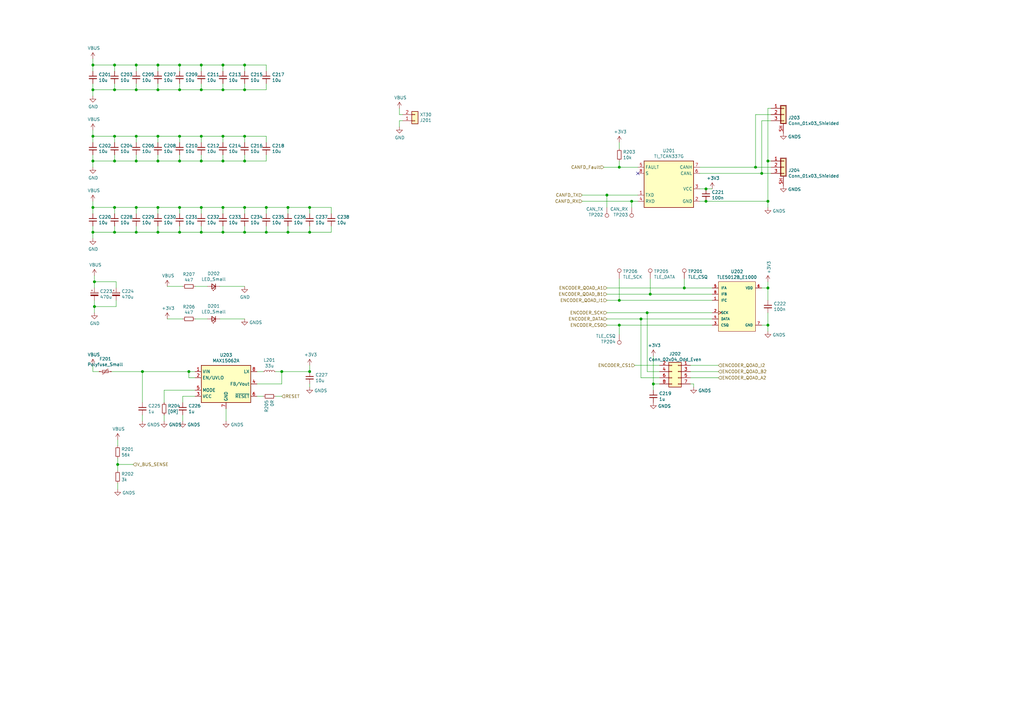
<source format=kicad_sch>
(kicad_sch (version 20210406) (generator eeschema)
  (paper "A3")
  (lib_symbols
    (symbol "Connector:TestPoint" (pin_numbers hide) (pin_names (offset 0.762) hide)
      (property "Reference" "TP" (at 0 6.858 0))
      (property "Value" "TestPoint" (at 0 5.08 0))
      (symbol "TestPoint_0_1"
        (circle (center 0 3.302) (radius 0.762))
      )
      (symbol "TestPoint_1_1"
        (pin passive line (at 0 0 90) (length 2.54) (name "1") (number "1"))
      )
    )
    (symbol "Connector_Generic:Conn_01x02" (pin_names (offset 1.016) hide)
      (property "Reference" "J" (at 0 2.54 0))
      (property "Value" "Conn_01x02" (at 0 -5.08 0))
      (symbol "Conn_01x02_1_1"
        (rectangle (start -1.27 -2.413) (end 0 -2.667) (stroke (width 0.1524)))
        (rectangle (start -1.27 0.127) (end 0 -0.127) (stroke (width 0.1524)))
        (rectangle (start -1.27 1.27) (end 1.27 -3.81) (stroke (width 0.254)) (fill (type background)))
        (pin passive line (at -5.08 0 0) (length 3.81) (name "Pin_1") (number "1"))
        (pin passive line (at -5.08 -2.54 0) (length 3.81) (name "Pin_2") (number "2"))
      )
    )
    (symbol "Connector_Generic:Conn_02x04_Odd_Even" (pin_names (offset 1.016) hide)
      (property "Reference" "J" (at 1.27 5.08 0))
      (property "Value" "Conn_02x04_Odd_Even" (at 1.27 -7.62 0))
      (symbol "Conn_02x04_Odd_Even_1_1"
        (rectangle (start -1.27 -4.953) (end 0 -5.207) (stroke (width 0.1524)))
        (rectangle (start -1.27 -2.413) (end 0 -2.667) (stroke (width 0.1524)))
        (rectangle (start -1.27 0.127) (end 0 -0.127) (stroke (width 0.1524)))
        (rectangle (start -1.27 2.667) (end 0 2.413) (stroke (width 0.1524)))
        (rectangle (start 3.81 -4.953) (end 2.54 -5.207) (stroke (width 0.1524)))
        (rectangle (start 3.81 -2.413) (end 2.54 -2.667) (stroke (width 0.1524)))
        (rectangle (start 3.81 0.127) (end 2.54 -0.127) (stroke (width 0.1524)))
        (rectangle (start 3.81 2.667) (end 2.54 2.413) (stroke (width 0.1524)))
        (rectangle (start -1.27 3.81) (end 3.81 -6.35) (stroke (width 0.254)) (fill (type background)))
        (pin passive line (at -5.08 2.54 0) (length 3.81) (name "Pin_1") (number "1"))
        (pin passive line (at 7.62 2.54 180) (length 3.81) (name "Pin_2") (number "2"))
        (pin passive line (at -5.08 0 0) (length 3.81) (name "Pin_3") (number "3"))
        (pin passive line (at 7.62 0 180) (length 3.81) (name "Pin_4") (number "4"))
        (pin passive line (at -5.08 -2.54 0) (length 3.81) (name "Pin_5") (number "5"))
        (pin passive line (at 7.62 -2.54 180) (length 3.81) (name "Pin_6") (number "6"))
        (pin passive line (at -5.08 -5.08 0) (length 3.81) (name "Pin_7") (number "7"))
        (pin passive line (at 7.62 -5.08 180) (length 3.81) (name "Pin_8") (number "8"))
      )
    )
    (symbol "Connector_Generic_Shielded:Conn_01x03_Shielded" (pin_names (offset 1.016) hide)
      (property "Reference" "J" (at 0.254 4.826 0))
      (property "Value" "Conn_01x03_Shielded" (at 1.016 -4.826 0))
      (symbol "Conn_01x03_Shielded_1_1"
        (rectangle (start -1.27 3.81) (end 1.27 -3.81) (stroke (width 0.1524)))
        (rectangle (start -1.016 -2.413) (end 0.254 -2.667) (stroke (width 0.1524)))
        (rectangle (start -1.016 0.127) (end 0.254 -0.127) (stroke (width 0.1524)))
        (rectangle (start -1.016 2.667) (end 0.254 2.413) (stroke (width 0.1524)))
        (rectangle (start -1.016 3.556) (end 1.016 -3.556) (stroke (width 0.254)) (fill (type background)))
        (pin passive line (at -5.08 2.54 0) (length 4.064) (name "Pin_1") (number "1"))
        (pin passive line (at -5.08 0 0) (length 4.064) (name "Pin_2") (number "2"))
        (pin passive line (at -5.08 -2.54 0) (length 4.064) (name "Pin_3") (number "3"))
        (pin passive line (at 0 -7.62 90) (length 3.81) (name "Shield") (number "SH"))
      )
    )
    (symbol "Device:CP_Small" (pin_numbers hide) (pin_names (offset 0.254) hide)
      (property "Reference" "C" (at 0.254 1.778 0))
      (property "Value" "CP_Small" (at 0.254 -2.032 0))
      (symbol "CP_Small_0_1"
        (rectangle (start -1.524 0.6858) (end 1.524 0.3048))
        (rectangle (start -1.524 -0.3048) (end 1.524 -0.6858) (fill (type outline)))
        (polyline (pts (xy -1.27 1.524) (xy -0.762 1.524)))
        (polyline (pts (xy -1.016 1.27) (xy -1.016 1.778)))
      )
      (symbol "CP_Small_1_1"
        (pin passive line (at 0 2.54 270) (length 1.8542) (name "~") (number "1"))
        (pin passive line (at 0 -2.54 90) (length 1.8542) (name "~") (number "2"))
      )
    )
    (symbol "Device:C_Small" (pin_numbers hide) (pin_names (offset 0.254) hide)
      (property "Reference" "C" (at 0.254 1.778 0))
      (property "Value" "C_Small" (at 0.254 -2.032 0))
      (symbol "C_Small_0_1"
        (polyline (pts (xy -1.524 -0.508) (xy 1.524 -0.508)) (stroke (width 0.3302)))
        (polyline (pts (xy -1.524 0.508) (xy 1.524 0.508)) (stroke (width 0.3048)))
      )
      (symbol "C_Small_1_1"
        (pin passive line (at 0 2.54 270) (length 2.032) (name "~") (number "1"))
        (pin passive line (at 0 -2.54 90) (length 2.032) (name "~") (number "2"))
      )
    )
    (symbol "Device:LED_Small" (pin_numbers hide) (pin_names (offset 0.254) hide)
      (property "Reference" "D" (at -1.27 3.175 0))
      (property "Value" "LED_Small" (at -4.445 -2.54 0))
      (symbol "LED_Small_0_1"
        (polyline (pts (xy -0.762 -1.016) (xy -0.762 1.016)) (stroke (width 0.254)))
        (polyline (pts (xy 1.016 0) (xy -0.762 0)))
        (polyline (pts (xy 0.762 -1.016) (xy -0.762 0) (xy 0.762 1.016) (xy 0.762 -1.016)) (stroke (width 0.254)))
        (polyline (pts (xy 0 0.762) (xy -0.508 1.27) (xy -0.254 1.27) (xy -0.508 1.27) (xy -0.508 1.016)))
        (polyline (pts (xy 0.508 1.27) (xy 0 1.778) (xy 0.254 1.778) (xy 0 1.778) (xy 0 1.524)))
      )
      (symbol "LED_Small_1_1"
        (pin passive line (at -2.54 0 0) (length 1.778) (name "K") (number "1"))
        (pin passive line (at 2.54 0 180) (length 1.778) (name "A") (number "2"))
      )
    )
    (symbol "Device:L_Small" (pin_numbers hide) (pin_names (offset 0.254) hide)
      (property "Reference" "L" (at 0.762 1.016 0))
      (property "Value" "L_Small" (at 0.762 -1.016 0))
      (symbol "L_Small_0_1"
        (arc (start 0 -2.032) (end 0 -1.016) (radius (at 0 -1.524) (length 0.508) (angles -89.9 89.9)))
        (arc (start 0 -1.016) (end 0 0) (radius (at 0 -0.508) (length 0.508) (angles -89.9 89.9)))
        (arc (start 0 0) (end 0 1.016) (radius (at 0 0.508) (length 0.508) (angles -89.9 89.9)))
        (arc (start 0 1.016) (end 0 2.032) (radius (at 0 1.524) (length 0.508) (angles -89.9 89.9)))
      )
      (symbol "L_Small_1_1"
        (pin passive line (at 0 2.54 270) (length 0.508) (name "~") (number "1"))
        (pin passive line (at 0 -2.54 90) (length 0.508) (name "~") (number "2"))
      )
    )
    (symbol "Device:Polyfuse_Small" (pin_numbers hide) (pin_names (offset 0))
      (property "Reference" "F" (at -1.905 0 90))
      (property "Value" "Polyfuse_Small" (at 1.905 0 90))
      (symbol "Polyfuse_Small_0_1"
        (rectangle (start -0.508 1.27) (end 0.508 -1.27))
        (polyline (pts (xy 0 2.54) (xy 0 -2.54)))
        (polyline (pts (xy -1.016 1.27) (xy -1.016 0.762) (xy 1.016 -0.762) (xy 1.016 -1.27)))
      )
      (symbol "Polyfuse_Small_1_1"
        (pin passive line (at 0 2.54 270) (length 0.635) (name "~") (number "1"))
        (pin passive line (at 0 -2.54 90) (length 0.635) (name "~") (number "2"))
      )
    )
    (symbol "Device:R_Small" (pin_numbers hide) (pin_names (offset 0.254) hide)
      (property "Reference" "R" (at 0.762 0.508 0))
      (property "Value" "R_Small" (at 0.762 -1.016 0))
      (symbol "R_Small_0_1"
        (rectangle (start -0.762 1.778) (end 0.762 -1.778) (stroke (width 0.2032)))
      )
      (symbol "R_Small_1_1"
        (pin passive line (at 0 2.54 270) (length 0.762) (name "~") (number "1"))
        (pin passive line (at 0 -2.54 90) (length 0.762) (name "~") (number "2"))
      )
    )
    (symbol "OpenTurn-rescue:TI_TCAN337G-TCAN337G"
      (property "Reference" "U" (at -10.16 8.89 0))
      (property "Value" "TI_TCAN337G-TCAN337G" (at 2.54 8.89 0))
      (symbol "TI_TCAN337G-TCAN337G_0_1"
        (rectangle (start -10.16 7.62) (end 10.16 -11.43) (stroke (width 0.254)) (fill (type background)))
      )
      (symbol "TI_TCAN337G-TCAN337G_1_1"
        (pin input line (at -12.7 -6.35 0) (length 2.54) (name "TXD") (number "1"))
        (pin power_in line (at 12.7 -8.89 180) (length 2.54) (name "GND") (number "2"))
        (pin power_in line (at 12.7 -3.81 180) (length 2.54) (name "VCC") (number "3"))
        (pin tri_state line (at -12.7 -8.89 0) (length 2.54) (name "RXD") (number "4"))
        (pin open_collector line (at -12.7 5.08 0) (length 2.54) (name "FAULT") (number "5"))
        (pin bidirectional line (at 12.7 2.54 180) (length 2.54) (name "CANL") (number "6"))
        (pin bidirectional line (at 12.7 5.08 180) (length 2.54) (name "CANH") (number "7"))
        (pin input line (at -12.7 2.54 0) (length 2.54) (name "S") (number "8"))
      )
    )
    (symbol "OpenTurn-rescue:TLE5012B_E1000-eec" (pin_names (offset 1.016))
      (property "Reference" "U" (at 0 5.08 0))
      (property "Value" "TLE5012B_E1000-eec" (at 0 7.62 0))
      (symbol "TLE5012B_E1000-eec_1_1"
        (rectangle (start 5.08 2.54) (end 20.32 -17.78) (fill (type background)))
        (pin bidirectional line (at 2.54 -5.08 0) (length 2.54) (name "IFC") (number "1"))
        (pin input clock (at 2.54 -10.16 0) (length 2.54) (name "SCK") (number "2"))
        (pin input line (at 2.54 -15.24 0) (length 2.54) (name "CSQ") (number "3"))
        (pin bidirectional line (at 2.54 -12.7 0) (length 2.54) (name "DATA") (number "4"))
        (pin open_collector line (at 2.54 0 0) (length 2.54) (name "IFA") (number "5"))
        (pin power_in line (at 22.86 0 180) (length 2.54) (name "VDD") (number "6"))
        (pin power_in line (at 22.86 -15.24 180) (length 2.54) (name "GND") (number "7"))
        (pin open_collector line (at 2.54 -2.54 0) (length 2.54) (name "IFB") (number "8"))
      )
    )
    (symbol "Regulator_Switching:MAX15062A"
      (property "Reference" "U" (at -10.16 11.43 0))
      (property "Value" "MAX15062A" (at -10.16 8.89 0))
      (symbol "MAX15062A_0_1"
        (rectangle (start -10.16 7.62) (end 10.16 -7.62) (stroke (width 0.254)) (fill (type background)))
      )
      (symbol "MAX15062A_1_1"
        (pin power_in line (at -12.7 5.08 0) (length 2.54) (name "VIN") (number "1"))
        (pin input line (at -12.7 2.54 0) (length 2.54) (name "EN/UVLO") (number "2"))
        (pin power_out line (at -12.7 -5.08 0) (length 2.54) (name "VCC") (number "3"))
        (pin input line (at 12.7 0 180) (length 2.54) (name "FB/Vout") (number "4"))
        (pin input line (at -12.7 -2.54 0) (length 2.54) (name "MODE") (number "5"))
        (pin open_collector line (at 12.7 -5.08 180) (length 2.54) (name "~RESET") (number "6"))
        (pin power_in line (at 0 -10.16 90) (length 2.54) (name "GND") (number "7"))
        (pin power_out line (at 12.7 5.08 180) (length 2.54) (name "LX") (number "8"))
      )
    )
    (symbol "power:+3.3V" (power) (pin_names (offset 0))
      (property "Value" "+3.3V" (at 0 3.556 0))
      (symbol "+3.3V_0_1"
        (polyline (pts (xy -0.762 1.27) (xy 0 2.54)))
        (polyline (pts (xy 0 0) (xy 0 2.54)))
        (polyline (pts (xy 0 2.54) (xy 0.762 1.27)))
      )
      (symbol "+3.3V_1_1"
        (pin power_in line (at 0 0 90) (length 0) hide (name "+3V3") (number "1"))
      )
    )
    (symbol "power:+3V3" (power) (pin_names (offset 0))
      (property "Value" "+3V3" (at 0 3.556 0))
      (symbol "+3V3_0_1"
        (polyline (pts (xy -0.762 1.27) (xy 0 2.54)))
        (polyline (pts (xy 0 0) (xy 0 2.54)))
        (polyline (pts (xy 0 2.54) (xy 0.762 1.27)))
      )
      (symbol "+3V3_1_1"
        (pin power_in line (at 0 0 90) (length 0) hide (name "+3V3") (number "1"))
      )
    )
    (symbol "power:GND" (power) (pin_names (offset 0))
      (property "Value" "GND" (at 0 -3.81 0))
      (symbol "GND_0_1"
        (polyline (pts (xy 0 0) (xy 0 -1.27) (xy 1.27 -1.27) (xy 0 -2.54) (xy -1.27 -1.27) (xy 0 -1.27)))
      )
      (symbol "GND_1_1"
        (pin power_in line (at 0 0 270) (length 0) hide (name "GND") (number "1"))
      )
    )
    (symbol "power:GNDS" (power) (pin_names (offset 0))
      (property "Value" "GNDS" (at 0 -3.81 0))
      (symbol "GNDS_0_1"
        (polyline (pts (xy 0 0) (xy 0 -1.27) (xy 1.27 -1.27) (xy 0 -2.54) (xy -1.27 -1.27) (xy 0 -1.27)))
      )
      (symbol "GNDS_1_1"
        (pin power_in line (at 0 0 270) (length 0) hide (name "GNDS") (number "1"))
      )
    )
    (symbol "power:VBUS" (power) (pin_names (offset 0))
      (property "Value" "VBUS" (at 0 3.81 0))
      (symbol "VBUS_0_1"
        (polyline (pts (xy -0.762 1.27) (xy 0 2.54)))
        (polyline (pts (xy 0 0) (xy 0 2.54)))
        (polyline (pts (xy 0 2.54) (xy 0.762 1.27)))
      )
      (symbol "VBUS_1_1"
        (pin power_in line (at 0 0 90) (length 0) hide (name "VBUS") (number "1"))
      )
    )
  )
  (junction (at 38.1 26.67) (diameter 1.016))
  (junction (at 38.1 36.83) (diameter 1.016))
  (junction (at 38.1 55.88) (diameter 1.016))
  (junction (at 38.1 66.04) (diameter 1.016))
  (junction (at 38.1 85.09) (diameter 1.016))
  (junction (at 38.1 95.25) (diameter 1.016))
  (junction (at 38.735 115.57) (diameter 1.016))
  (junction (at 38.735 125.73) (diameter 1.016))
  (junction (at 46.99 26.67) (diameter 1.016))
  (junction (at 46.99 36.83) (diameter 1.016))
  (junction (at 46.99 55.88) (diameter 1.016))
  (junction (at 46.99 66.04) (diameter 1.016))
  (junction (at 46.99 85.09) (diameter 1.016))
  (junction (at 46.99 95.25) (diameter 1.016))
  (junction (at 48.26 190.5) (diameter 1.016))
  (junction (at 55.88 26.67) (diameter 1.016))
  (junction (at 55.88 36.83) (diameter 1.016))
  (junction (at 55.88 55.88) (diameter 1.016))
  (junction (at 55.88 66.04) (diameter 1.016))
  (junction (at 55.88 85.09) (diameter 1.016))
  (junction (at 55.88 95.25) (diameter 1.016))
  (junction (at 58.42 152.4) (diameter 1.016))
  (junction (at 64.77 26.67) (diameter 1.016))
  (junction (at 64.77 36.83) (diameter 1.016))
  (junction (at 64.77 55.88) (diameter 1.016))
  (junction (at 64.77 66.04) (diameter 1.016))
  (junction (at 64.77 85.09) (diameter 1.016))
  (junction (at 64.77 95.25) (diameter 1.016))
  (junction (at 73.66 26.67) (diameter 1.016))
  (junction (at 73.66 36.83) (diameter 1.016))
  (junction (at 73.66 55.88) (diameter 1.016))
  (junction (at 73.66 66.04) (diameter 1.016))
  (junction (at 73.66 85.09) (diameter 1.016))
  (junction (at 73.66 95.25) (diameter 1.016))
  (junction (at 77.47 152.4) (diameter 1.016))
  (junction (at 82.55 26.67) (diameter 1.016))
  (junction (at 82.55 36.83) (diameter 1.016))
  (junction (at 82.55 55.88) (diameter 1.016))
  (junction (at 82.55 66.04) (diameter 1.016))
  (junction (at 82.55 85.09) (diameter 1.016))
  (junction (at 82.55 95.25) (diameter 1.016))
  (junction (at 91.44 26.67) (diameter 1.016))
  (junction (at 91.44 36.83) (diameter 1.016))
  (junction (at 91.44 55.88) (diameter 1.016))
  (junction (at 91.44 66.04) (diameter 1.016))
  (junction (at 91.44 85.09) (diameter 1.016))
  (junction (at 91.44 95.25) (diameter 1.016))
  (junction (at 100.33 26.67) (diameter 1.016))
  (junction (at 100.33 36.83) (diameter 1.016))
  (junction (at 100.33 55.88) (diameter 1.016))
  (junction (at 100.33 66.04) (diameter 1.016))
  (junction (at 100.33 85.09) (diameter 1.016))
  (junction (at 100.33 95.25) (diameter 1.016))
  (junction (at 109.22 85.09) (diameter 1.016))
  (junction (at 109.22 95.25) (diameter 1.016))
  (junction (at 115.57 152.4) (diameter 1.016))
  (junction (at 118.11 85.09) (diameter 1.016))
  (junction (at 118.11 95.25) (diameter 1.016))
  (junction (at 127 85.09) (diameter 1.016))
  (junction (at 127 95.25) (diameter 1.016))
  (junction (at 127 152.4) (diameter 1.016))
  (junction (at 248.92 80.01) (diameter 1.016))
  (junction (at 254 68.58) (diameter 1.016))
  (junction (at 254 123.19) (diameter 1.016))
  (junction (at 254 133.35) (diameter 1.016))
  (junction (at 259.08 82.55) (diameter 1.016))
  (junction (at 262.89 130.81) (diameter 1.016))
  (junction (at 265.43 128.27) (diameter 1.016))
  (junction (at 266.7 120.65) (diameter 1.016))
  (junction (at 267.97 157.48) (diameter 1.016))
  (junction (at 280.67 118.11) (diameter 1.016))
  (junction (at 289.56 77.47) (diameter 1.016))
  (junction (at 289.56 82.55) (diameter 1.016))
  (junction (at 309.88 68.58) (diameter 1.016))
  (junction (at 312.42 71.12) (diameter 1.016))
  (junction (at 314.96 66.04) (diameter 1.016))
  (junction (at 314.96 82.55) (diameter 1.016))
  (junction (at 314.96 118.11) (diameter 1.016))
  (junction (at 314.96 133.35) (diameter 1.016))
  (no_connect (at 261.62 71.12))
  (wire (pts (xy 38.1 24.13) (xy 38.1 26.67)))
  (wire (pts (xy 38.1 26.67) (xy 38.1 29.21)))
  (wire (pts (xy 38.1 34.29) (xy 38.1 36.83)))
  (wire (pts (xy 38.1 36.83) (xy 38.1 39.37)))
  (wire (pts (xy 38.1 36.83) (xy 46.99 36.83)))
  (wire (pts (xy 38.1 53.34) (xy 38.1 55.88)))
  (wire (pts (xy 38.1 55.88) (xy 38.1 58.42)))
  (wire (pts (xy 38.1 63.5) (xy 38.1 66.04)))
  (wire (pts (xy 38.1 66.04) (xy 38.1 68.58)))
  (wire (pts (xy 38.1 66.04) (xy 46.99 66.04)))
  (wire (pts (xy 38.1 82.55) (xy 38.1 85.09)))
  (wire (pts (xy 38.1 85.09) (xy 38.1 87.63)))
  (wire (pts (xy 38.1 92.71) (xy 38.1 95.25)))
  (wire (pts (xy 38.1 95.25) (xy 38.1 97.79)))
  (wire (pts (xy 38.1 95.25) (xy 46.99 95.25)))
  (wire (pts (xy 38.1 152.4) (xy 38.1 149.86)))
  (wire (pts (xy 38.735 113.03) (xy 38.735 115.57)))
  (wire (pts (xy 38.735 115.57) (xy 38.735 118.11)))
  (wire (pts (xy 38.735 123.19) (xy 38.735 125.73)))
  (wire (pts (xy 38.735 125.73) (xy 38.735 128.27)))
  (wire (pts (xy 38.735 125.73) (xy 47.625 125.73)))
  (wire (pts (xy 40.64 152.4) (xy 38.1 152.4)))
  (wire (pts (xy 45.72 152.4) (xy 58.42 152.4)))
  (wire (pts (xy 46.99 26.67) (xy 38.1 26.67)))
  (wire (pts (xy 46.99 26.67) (xy 46.99 29.21)))
  (wire (pts (xy 46.99 34.29) (xy 46.99 36.83)))
  (wire (pts (xy 46.99 36.83) (xy 55.88 36.83)))
  (wire (pts (xy 46.99 55.88) (xy 38.1 55.88)))
  (wire (pts (xy 46.99 55.88) (xy 46.99 58.42)))
  (wire (pts (xy 46.99 63.5) (xy 46.99 66.04)))
  (wire (pts (xy 46.99 66.04) (xy 55.88 66.04)))
  (wire (pts (xy 46.99 85.09) (xy 38.1 85.09)))
  (wire (pts (xy 46.99 85.09) (xy 46.99 87.63)))
  (wire (pts (xy 46.99 92.71) (xy 46.99 95.25)))
  (wire (pts (xy 46.99 95.25) (xy 55.88 95.25)))
  (wire (pts (xy 47.625 115.57) (xy 38.735 115.57)))
  (wire (pts (xy 47.625 115.57) (xy 47.625 118.11)))
  (wire (pts (xy 47.625 123.19) (xy 47.625 125.73)))
  (wire (pts (xy 48.26 180.34) (xy 48.26 182.88)))
  (wire (pts (xy 48.26 187.96) (xy 48.26 190.5)))
  (wire (pts (xy 48.26 190.5) (xy 48.26 193.04)))
  (wire (pts (xy 48.26 190.5) (xy 54.61 190.5)))
  (wire (pts (xy 48.26 198.12) (xy 48.26 200.66)))
  (wire (pts (xy 55.88 26.67) (xy 46.99 26.67)))
  (wire (pts (xy 55.88 26.67) (xy 55.88 29.21)))
  (wire (pts (xy 55.88 34.29) (xy 55.88 36.83)))
  (wire (pts (xy 55.88 36.83) (xy 64.77 36.83)))
  (wire (pts (xy 55.88 55.88) (xy 46.99 55.88)))
  (wire (pts (xy 55.88 55.88) (xy 55.88 58.42)))
  (wire (pts (xy 55.88 63.5) (xy 55.88 66.04)))
  (wire (pts (xy 55.88 66.04) (xy 64.77 66.04)))
  (wire (pts (xy 55.88 85.09) (xy 46.99 85.09)))
  (wire (pts (xy 55.88 85.09) (xy 55.88 87.63)))
  (wire (pts (xy 55.88 92.71) (xy 55.88 95.25)))
  (wire (pts (xy 55.88 95.25) (xy 64.77 95.25)))
  (wire (pts (xy 58.42 152.4) (xy 58.42 165.1)))
  (wire (pts (xy 58.42 152.4) (xy 77.47 152.4)))
  (wire (pts (xy 58.42 170.18) (xy 58.42 172.72)))
  (wire (pts (xy 64.77 26.67) (xy 55.88 26.67)))
  (wire (pts (xy 64.77 26.67) (xy 64.77 29.21)))
  (wire (pts (xy 64.77 34.29) (xy 64.77 36.83)))
  (wire (pts (xy 64.77 36.83) (xy 73.66 36.83)))
  (wire (pts (xy 64.77 55.88) (xy 55.88 55.88)))
  (wire (pts (xy 64.77 55.88) (xy 64.77 58.42)))
  (wire (pts (xy 64.77 63.5) (xy 64.77 66.04)))
  (wire (pts (xy 64.77 66.04) (xy 73.66 66.04)))
  (wire (pts (xy 64.77 85.09) (xy 55.88 85.09)))
  (wire (pts (xy 64.77 85.09) (xy 64.77 87.63)))
  (wire (pts (xy 64.77 92.71) (xy 64.77 95.25)))
  (wire (pts (xy 64.77 95.25) (xy 73.66 95.25)))
  (wire (pts (xy 67.31 160.02) (xy 80.01 160.02)))
  (wire (pts (xy 67.31 165.1) (xy 67.31 160.02)))
  (wire (pts (xy 67.31 170.18) (xy 67.31 172.72)))
  (wire (pts (xy 68.58 117.475) (xy 74.93 117.475)))
  (wire (pts (xy 68.58 130.81) (xy 74.93 130.81)))
  (wire (pts (xy 73.66 26.67) (xy 64.77 26.67)))
  (wire (pts (xy 73.66 26.67) (xy 73.66 29.21)))
  (wire (pts (xy 73.66 34.29) (xy 73.66 36.83)))
  (wire (pts (xy 73.66 36.83) (xy 82.55 36.83)))
  (wire (pts (xy 73.66 55.88) (xy 64.77 55.88)))
  (wire (pts (xy 73.66 55.88) (xy 73.66 58.42)))
  (wire (pts (xy 73.66 63.5) (xy 73.66 66.04)))
  (wire (pts (xy 73.66 66.04) (xy 82.55 66.04)))
  (wire (pts (xy 73.66 85.09) (xy 64.77 85.09)))
  (wire (pts (xy 73.66 85.09) (xy 73.66 87.63)))
  (wire (pts (xy 73.66 92.71) (xy 73.66 95.25)))
  (wire (pts (xy 73.66 95.25) (xy 82.55 95.25)))
  (wire (pts (xy 74.93 162.56) (xy 80.01 162.56)))
  (wire (pts (xy 74.93 165.1) (xy 74.93 162.56)))
  (wire (pts (xy 74.93 170.18) (xy 74.93 172.72)))
  (wire (pts (xy 77.47 152.4) (xy 77.47 154.94)))
  (wire (pts (xy 77.47 154.94) (xy 80.01 154.94)))
  (wire (pts (xy 80.01 117.475) (xy 85.09 117.475)))
  (wire (pts (xy 80.01 130.81) (xy 85.09 130.81)))
  (wire (pts (xy 80.01 152.4) (xy 77.47 152.4)))
  (wire (pts (xy 82.55 26.67) (xy 73.66 26.67)))
  (wire (pts (xy 82.55 26.67) (xy 82.55 29.21)))
  (wire (pts (xy 82.55 34.29) (xy 82.55 36.83)))
  (wire (pts (xy 82.55 36.83) (xy 91.44 36.83)))
  (wire (pts (xy 82.55 55.88) (xy 73.66 55.88)))
  (wire (pts (xy 82.55 55.88) (xy 82.55 58.42)))
  (wire (pts (xy 82.55 63.5) (xy 82.55 66.04)))
  (wire (pts (xy 82.55 66.04) (xy 91.44 66.04)))
  (wire (pts (xy 82.55 85.09) (xy 73.66 85.09)))
  (wire (pts (xy 82.55 85.09) (xy 82.55 87.63)))
  (wire (pts (xy 82.55 92.71) (xy 82.55 95.25)))
  (wire (pts (xy 82.55 95.25) (xy 91.44 95.25)))
  (wire (pts (xy 90.17 117.475) (xy 100.33 117.475)))
  (wire (pts (xy 90.17 130.81) (xy 100.33 130.81)))
  (wire (pts (xy 91.44 26.67) (xy 82.55 26.67)))
  (wire (pts (xy 91.44 26.67) (xy 91.44 29.21)))
  (wire (pts (xy 91.44 34.29) (xy 91.44 36.83)))
  (wire (pts (xy 91.44 36.83) (xy 100.33 36.83)))
  (wire (pts (xy 91.44 55.88) (xy 82.55 55.88)))
  (wire (pts (xy 91.44 55.88) (xy 91.44 58.42)))
  (wire (pts (xy 91.44 63.5) (xy 91.44 66.04)))
  (wire (pts (xy 91.44 66.04) (xy 100.33 66.04)))
  (wire (pts (xy 91.44 85.09) (xy 82.55 85.09)))
  (wire (pts (xy 91.44 85.09) (xy 91.44 87.63)))
  (wire (pts (xy 91.44 92.71) (xy 91.44 95.25)))
  (wire (pts (xy 91.44 95.25) (xy 100.33 95.25)))
  (wire (pts (xy 92.71 167.64) (xy 92.71 172.72)))
  (wire (pts (xy 100.33 26.67) (xy 91.44 26.67)))
  (wire (pts (xy 100.33 26.67) (xy 100.33 29.21)))
  (wire (pts (xy 100.33 34.29) (xy 100.33 36.83)))
  (wire (pts (xy 100.33 36.83) (xy 109.22 36.83)))
  (wire (pts (xy 100.33 55.88) (xy 91.44 55.88)))
  (wire (pts (xy 100.33 55.88) (xy 100.33 58.42)))
  (wire (pts (xy 100.33 63.5) (xy 100.33 66.04)))
  (wire (pts (xy 100.33 66.04) (xy 109.22 66.04)))
  (wire (pts (xy 100.33 85.09) (xy 91.44 85.09)))
  (wire (pts (xy 100.33 85.09) (xy 100.33 87.63)))
  (wire (pts (xy 100.33 92.71) (xy 100.33 95.25)))
  (wire (pts (xy 100.33 95.25) (xy 109.22 95.25)))
  (wire (pts (xy 105.41 152.4) (xy 107.95 152.4)))
  (wire (pts (xy 105.41 162.56) (xy 107.95 162.56)))
  (wire (pts (xy 109.22 26.67) (xy 100.33 26.67)))
  (wire (pts (xy 109.22 26.67) (xy 109.22 29.21)))
  (wire (pts (xy 109.22 34.29) (xy 109.22 36.83)))
  (wire (pts (xy 109.22 55.88) (xy 100.33 55.88)))
  (wire (pts (xy 109.22 55.88) (xy 109.22 58.42)))
  (wire (pts (xy 109.22 63.5) (xy 109.22 66.04)))
  (wire (pts (xy 109.22 85.09) (xy 100.33 85.09)))
  (wire (pts (xy 109.22 85.09) (xy 109.22 87.63)))
  (wire (pts (xy 109.22 92.71) (xy 109.22 95.25)))
  (wire (pts (xy 109.22 95.25) (xy 118.11 95.25)))
  (wire (pts (xy 113.03 152.4) (xy 115.57 152.4)))
  (wire (pts (xy 113.03 162.56) (xy 115.57 162.56)))
  (wire (pts (xy 115.57 152.4) (xy 115.57 157.48)))
  (wire (pts (xy 115.57 152.4) (xy 127 152.4)))
  (wire (pts (xy 115.57 157.48) (xy 105.41 157.48)))
  (wire (pts (xy 118.11 85.09) (xy 109.22 85.09)))
  (wire (pts (xy 118.11 85.09) (xy 118.11 87.63)))
  (wire (pts (xy 118.11 92.71) (xy 118.11 95.25)))
  (wire (pts (xy 118.11 95.25) (xy 127 95.25)))
  (wire (pts (xy 127 85.09) (xy 118.11 85.09)))
  (wire (pts (xy 127 85.09) (xy 127 87.63)))
  (wire (pts (xy 127 92.71) (xy 127 95.25)))
  (wire (pts (xy 127 95.25) (xy 135.89 95.25)))
  (wire (pts (xy 127 152.4) (xy 127 149.86)))
  (wire (pts (xy 127 157.48) (xy 127 158.75)))
  (wire (pts (xy 135.89 85.09) (xy 127 85.09)))
  (wire (pts (xy 135.89 85.09) (xy 135.89 87.63)))
  (wire (pts (xy 135.89 92.71) (xy 135.89 95.25)))
  (wire (pts (xy 163.83 44.45) (xy 163.83 46.99)))
  (wire (pts (xy 163.83 49.53) (xy 163.83 52.07)))
  (wire (pts (xy 165.1 46.99) (xy 163.83 46.99)))
  (wire (pts (xy 165.1 49.53) (xy 163.83 49.53)))
  (wire (pts (xy 238.76 80.01) (xy 248.92 80.01)))
  (wire (pts (xy 247.65 68.58) (xy 254 68.58)))
  (wire (pts (xy 248.92 80.01) (xy 261.62 80.01)))
  (wire (pts (xy 248.92 85.09) (xy 248.92 80.01)))
  (wire (pts (xy 248.92 118.11) (xy 280.67 118.11)))
  (wire (pts (xy 248.92 120.65) (xy 266.7 120.65)))
  (wire (pts (xy 248.92 128.27) (xy 265.43 128.27)))
  (wire (pts (xy 248.92 130.81) (xy 262.89 130.81)))
  (wire (pts (xy 248.92 133.35) (xy 254 133.35)))
  (wire (pts (xy 254 58.42) (xy 254 60.96)))
  (wire (pts (xy 254 66.04) (xy 254 68.58)))
  (wire (pts (xy 254 68.58) (xy 261.62 68.58)))
  (wire (pts (xy 254 114.3) (xy 254 123.19)))
  (wire (pts (xy 254 123.19) (xy 248.92 123.19)))
  (wire (pts (xy 254 133.35) (xy 292.1 133.35)))
  (wire (pts (xy 254 137.16) (xy 254 133.35)))
  (wire (pts (xy 259.08 82.55) (xy 238.76 82.55)))
  (wire (pts (xy 259.08 85.09) (xy 259.08 82.55)))
  (wire (pts (xy 260.35 149.86) (xy 270.51 149.86)))
  (wire (pts (xy 261.62 82.55) (xy 259.08 82.55)))
  (wire (pts (xy 262.89 130.81) (xy 292.1 130.81)))
  (wire (pts (xy 262.89 154.94) (xy 262.89 130.81)))
  (wire (pts (xy 265.43 128.27) (xy 292.1 128.27)))
  (wire (pts (xy 265.43 152.4) (xy 265.43 128.27)))
  (wire (pts (xy 265.43 152.4) (xy 270.51 152.4)))
  (wire (pts (xy 266.7 114.3) (xy 266.7 120.65)))
  (wire (pts (xy 267.97 146.05) (xy 267.97 157.48)))
  (wire (pts (xy 267.97 157.48) (xy 267.97 160.02)))
  (wire (pts (xy 267.97 157.48) (xy 270.51 157.48)))
  (wire (pts (xy 270.51 154.94) (xy 262.89 154.94)))
  (wire (pts (xy 280.67 114.3) (xy 280.67 118.11)))
  (wire (pts (xy 283.21 152.4) (xy 294.64 152.4)))
  (wire (pts (xy 283.21 154.94) (xy 294.64 154.94)))
  (wire (pts (xy 284.48 157.48) (xy 283.21 157.48)))
  (wire (pts (xy 284.48 158.75) (xy 284.48 157.48)))
  (wire (pts (xy 287.02 68.58) (xy 309.88 68.58)))
  (wire (pts (xy 287.02 77.47) (xy 289.56 77.47)))
  (wire (pts (xy 287.02 82.55) (xy 289.56 82.55)))
  (wire (pts (xy 289.56 82.55) (xy 314.96 82.55)))
  (wire (pts (xy 292.1 77.47) (xy 289.56 77.47)))
  (wire (pts (xy 292.1 118.11) (xy 280.67 118.11)))
  (wire (pts (xy 292.1 120.65) (xy 266.7 120.65)))
  (wire (pts (xy 292.1 123.19) (xy 254 123.19)))
  (wire (pts (xy 294.64 149.86) (xy 283.21 149.86)))
  (wire (pts (xy 309.88 46.99) (xy 309.88 68.58)))
  (wire (pts (xy 309.88 68.58) (xy 316.23 68.58)))
  (wire (pts (xy 312.42 49.53) (xy 312.42 71.12)))
  (wire (pts (xy 312.42 71.12) (xy 287.02 71.12)))
  (wire (pts (xy 312.42 71.12) (xy 316.23 71.12)))
  (wire (pts (xy 312.42 118.11) (xy 314.96 118.11)))
  (wire (pts (xy 312.42 133.35) (xy 314.96 133.35)))
  (wire (pts (xy 314.96 44.45) (xy 314.96 66.04)))
  (wire (pts (xy 314.96 66.04) (xy 314.96 82.55)))
  (wire (pts (xy 314.96 66.04) (xy 316.23 66.04)))
  (wire (pts (xy 314.96 82.55) (xy 314.96 85.09)))
  (wire (pts (xy 314.96 115.57) (xy 314.96 118.11)))
  (wire (pts (xy 314.96 118.11) (xy 314.96 123.19)))
  (wire (pts (xy 314.96 128.27) (xy 314.96 133.35)))
  (wire (pts (xy 314.96 133.35) (xy 314.96 135.89)))
  (wire (pts (xy 316.23 44.45) (xy 314.96 44.45)))
  (wire (pts (xy 316.23 46.99) (xy 309.88 46.99)))
  (wire (pts (xy 316.23 49.53) (xy 312.42 49.53)))
  (hierarchical_label "V_BUS_SENSE" (shape input) (at 54.61 190.5 0))
  (hierarchical_label "RESET" (shape input) (at 115.57 162.56 0))
  (hierarchical_label "CANFD_TX" (shape input) (at 238.76 80.01 180))
  (hierarchical_label "CANFD_RX" (shape input) (at 238.76 82.55 180))
  (hierarchical_label "CANFD_Fault" (shape input) (at 247.65 68.58 180))
  (hierarchical_label "ENCODER_QOAD_A1" (shape input) (at 248.92 118.11 180))
  (hierarchical_label "ENCODER_QOAD_B1" (shape input) (at 248.92 120.65 180))
  (hierarchical_label "ENCODER_QOAD_I1" (shape input) (at 248.92 123.19 180))
  (hierarchical_label "ENCODER_SCK" (shape input) (at 248.92 128.27 180))
  (hierarchical_label "ENCODER_DATA" (shape input) (at 248.92 130.81 180))
  (hierarchical_label "ENCODER_CS0" (shape input) (at 248.92 133.35 180))
  (hierarchical_label "ENCODER_CS1" (shape input) (at 260.35 149.86 180))
  (hierarchical_label "ENCODER_QOAD_I2" (shape input) (at 294.64 149.86 0))
  (hierarchical_label "ENCODER_QOAD_B2" (shape input) (at 294.64 152.4 0))
  (hierarchical_label "ENCODER_QOAD_A2" (shape input) (at 294.64 154.94 0))
  (symbol (lib_id "power:VBUS") (at 38.1 24.13 0) (unit 1)
    (property "Reference" "#PWR0201" (effects hide))
    (property "Value" "VBUS" (at 38.481 19.7358 0))
  )
  (symbol (lib_id "power:VBUS") (at 38.1 53.34 0) (unit 1)
    (property "Reference" "#PWR0203" (effects hide))
    (property "Value" "VBUS" (at 38.481 48.9458 0))
  )
  (symbol (lib_id "power:VBUS") (at 38.1 82.55 0) (unit 1)
    (property "Reference" "#PWR0212" (effects hide))
    (property "Value" "VBUS" (at 38.481 78.1558 0))
  )
  (symbol (lib_id "power:VBUS") (at 38.1 149.86 0) (unit 1)
    (property "Reference" "#PWR0207" (effects hide))
    (property "Value" "VBUS" (at 38.481 145.4658 0))
  )
  (symbol (lib_id "power:VBUS") (at 38.735 113.03 0) (unit 1)
    (property "Reference" "#PWR0112" (effects hide))
    (property "Value" "VBUS" (at 39.116 108.6358 0))
  )
  (symbol (lib_id "power:VBUS") (at 48.26 180.34 0) (unit 1)
    (property "Reference" "#PWR0139" (effects hide))
    (property "Value" "VBUS" (at 48.641 175.9458 0))
  )
  (symbol (lib_id "power:VBUS") (at 68.58 117.475 0) (unit 1)
    (property "Reference" "#PWR0223" (effects hide))
    (property "Value" "VBUS" (at 68.961 113.0808 0))
  )
  (symbol (lib_id "power:+3V3") (at 68.58 130.81 0) (unit 1)
    (property "Reference" "#PWR0138" (effects hide))
    (property "Value" "+3V3" (at 68.961 126.4158 0))
  )
  (symbol (lib_id "power:+3.3V") (at 127 149.86 0) (unit 1)
    (property "Reference" "#PWR0220" (effects hide))
    (property "Value" "+3.3V" (at 127.381 145.4658 0))
  )
  (symbol (lib_id "power:VBUS") (at 163.83 44.45 0) (unit 1)
    (property "Reference" "#PWR0205" (effects hide))
    (property "Value" "VBUS" (at 164.211 40.0558 0))
  )
  (symbol (lib_id "power:+3V3") (at 254 58.42 0) (unit 1)
    (property "Reference" "#PWR0209" (effects hide))
    (property "Value" "+3V3" (at 254.381 54.0258 0))
  )
  (symbol (lib_id "power:+3.3V") (at 267.97 146.05 0) (unit 1)
    (property "Reference" "#PWR0211" (effects hide))
    (property "Value" "+3.3V" (at 268.351 141.6558 0))
  )
  (symbol (lib_id "power:+3.3V") (at 292.1 77.47 0) (unit 1)
    (property "Reference" "#PWR0210" (effects hide))
    (property "Value" "+3.3V" (at 292.481 73.0758 0))
  )
  (symbol (lib_id "power:+3.3V") (at 314.96 115.57 0) (unit 1)
    (property "Reference" "#PWR0214" (effects hide))
    (property "Value" "+3.3V" (at 315.341 112.3188 90) (effects (justify left)))
  )
  (symbol (lib_id "Device:L_Small") (at 110.49 152.4 90) (unit 1)
    (property "Reference" "L201" (at 110.49 147.701 90))
    (property "Value" "33u" (at 110.49 150.0124 90))
    (property "Footprint" "Inductor_SMD:L_1210_3225Metric" (effects hide))
  )
  (symbol (lib_id "Connector:TestPoint") (at 248.92 85.09 180) (unit 1)
    (property "Reference" "TP202" (at 247.4468 88.0872 0) (effects (justify left)))
    (property "Value" "CAN_TX" (at 247.4468 85.7758 0) (effects (justify left)))
    (property "Footprint" "TestPoint:TestPoint_Pad_D1.5mm" (effects hide))
  )
  (symbol (lib_id "Connector:TestPoint") (at 254 114.3 0) (unit 1)
    (property "Reference" "TP206" (at 255.4732 111.3028 0) (effects (justify left)))
    (property "Value" "TLE_SCK" (at 255.4732 113.6142 0) (effects (justify left)))
    (property "Footprint" "TestPoint:TestPoint_Pad_D1.5mm" (effects hide))
  )
  (symbol (lib_id "Connector:TestPoint") (at 254 137.16 180) (unit 1)
    (property "Reference" "TP204" (at 252.5268 140.1572 0) (effects (justify left)))
    (property "Value" "TLE_CSQ" (at 252.5268 137.8458 0) (effects (justify left)))
    (property "Footprint" "TestPoint:TestPoint_Pad_D1.5mm" (effects hide))
  )
  (symbol (lib_id "Connector:TestPoint") (at 259.08 85.09 180) (unit 1)
    (property "Reference" "TP203" (at 257.6068 88.0872 0) (effects (justify left)))
    (property "Value" "CAN_RX" (at 257.6068 85.7758 0) (effects (justify left)))
    (property "Footprint" "TestPoint:TestPoint_Pad_D1.5mm" (effects hide))
  )
  (symbol (lib_id "Connector:TestPoint") (at 266.7 114.3 0) (unit 1)
    (property "Reference" "TP205" (at 268.1732 111.3028 0) (effects (justify left)))
    (property "Value" "TLE_DATA" (at 268.1732 113.6142 0) (effects (justify left)))
    (property "Footprint" "TestPoint:TestPoint_Pad_D1.5mm" (effects hide))
  )
  (symbol (lib_id "Connector:TestPoint") (at 280.67 114.3 0) (unit 1)
    (property "Reference" "TP201" (at 282.1432 111.3028 0) (effects (justify left)))
    (property "Value" "TLE_CSQ" (at 282.1432 113.6142 0) (effects (justify left)))
    (property "Footprint" "TestPoint:TestPoint_Pad_D1.5mm" (effects hide))
  )
  (symbol (lib_id "power:GND") (at 38.1 39.37 0) (unit 1)
    (property "Reference" "#PWR0202" (effects hide))
    (property "Value" "GND" (at 38.227 43.7642 0))
  )
  (symbol (lib_id "power:GND") (at 38.1 68.58 0) (unit 1)
    (property "Reference" "#PWR0204" (effects hide))
    (property "Value" "GND" (at 38.227 72.9742 0))
  )
  (symbol (lib_id "power:GND") (at 38.1 97.79 0) (unit 1)
    (property "Reference" "#PWR0213" (effects hide))
    (property "Value" "GND" (at 38.227 102.1842 0))
  )
  (symbol (lib_id "power:GND") (at 38.735 128.27 0) (unit 1)
    (property "Reference" "#PWR0113" (effects hide))
    (property "Value" "GND" (at 38.862 132.6642 0))
  )
  (symbol (lib_id "power:GNDS") (at 48.26 200.66 0) (unit 1)
    (property "Reference" "#PWR0110" (effects hide))
    (property "Value" "GNDS" (at 50.1651 202.128 0) (effects (justify left)))
  )
  (symbol (lib_id "power:GNDS") (at 58.42 172.72 0) (unit 1)
    (property "Reference" "#PWR0109" (effects hide))
    (property "Value" "GNDS" (at 60.3251 174.188 0) (effects (justify left)))
  )
  (symbol (lib_id "power:GNDS") (at 67.31 172.72 0) (unit 1)
    (property "Reference" "#PWR0108" (effects hide))
    (property "Value" "GNDS" (at 69.2151 174.188 0) (effects (justify left)))
  )
  (symbol (lib_id "power:GNDS") (at 74.93 172.72 0) (unit 1)
    (property "Reference" "#PWR0105" (effects hide))
    (property "Value" "GNDS" (at 76.8351 174.188 0) (effects (justify left)))
  )
  (symbol (lib_id "power:GNDS") (at 92.71 172.72 0) (unit 1)
    (property "Reference" "#PWR0114" (effects hide))
    (property "Value" "GNDS" (at 94.6151 174.188 0) (effects (justify left)))
  )
  (symbol (lib_id "power:GND") (at 100.33 117.475 0) (unit 1)
    (property "Reference" "#PWR0117" (effects hide))
    (property "Value" "GND" (at 100.457 121.8692 0))
  )
  (symbol (lib_id "power:GNDS") (at 100.33 130.81 0) (unit 1)
    (property "Reference" "#PWR0116" (effects hide))
    (property "Value" "GNDS" (at 102.2351 132.278 0) (effects (justify left)))
  )
  (symbol (lib_id "power:GNDS") (at 127 158.75 0) (unit 1)
    (property "Reference" "#PWR0115" (effects hide))
    (property "Value" "GNDS" (at 128.9051 160.218 0) (effects (justify left)))
  )
  (symbol (lib_id "power:GND") (at 163.83 52.07 0) (unit 1)
    (property "Reference" "#PWR0206" (effects hide))
    (property "Value" "GND" (at 163.957 56.4642 0))
  )
  (symbol (lib_id "power:GNDS") (at 267.97 165.1 0) (unit 1)
    (property "Reference" "#PWR0208" (effects hide))
    (property "Value" "GNDS" (at 269.8751 166.568 0) (effects (justify left)))
  )
  (symbol (lib_id "power:GNDS") (at 284.48 158.75 0) (unit 1)
    (property "Reference" "#PWR0119" (effects hide))
    (property "Value" "GNDS" (at 286.3851 160.218 0) (effects (justify left)))
  )
  (symbol (lib_id "power:GNDS") (at 314.96 85.09 0) (unit 1)
    (property "Reference" "#PWR0120" (effects hide))
    (property "Value" "GNDS" (at 316.8651 86.558 0) (effects (justify left)))
  )
  (symbol (lib_id "power:GNDS") (at 314.96 135.89 0) (unit 1)
    (property "Reference" "#PWR0118" (effects hide))
    (property "Value" "GNDS" (at 316.8651 137.358 0) (effects (justify left)))
  )
  (symbol (lib_id "power:GNDS") (at 321.31 54.61 0) (unit 1)
    (property "Reference" "#PWR0145" (effects hide))
    (property "Value" "GNDS" (at 323.2151 56.078 0) (effects (justify left)))
  )
  (symbol (lib_id "power:GNDS") (at 321.31 76.2 0) (unit 1)
    (property "Reference" "#PWR0146" (effects hide))
    (property "Value" "GNDS" (at 323.2151 77.668 0) (effects (justify left)))
  )
  (symbol (lib_id "Device:R_Small") (at 48.26 185.42 180) (unit 1)
    (property "Reference" "R201" (at 49.7586 184.2516 0) (effects (justify right)))
    (property "Value" "56k" (at 49.7586 186.563 0) (effects (justify right)))
    (property "Footprint" "Resistor_SMD:R_0603_1608Metric" (effects hide))
  )
  (symbol (lib_id "Device:R_Small") (at 48.26 195.58 0) (unit 1)
    (property "Reference" "R202" (at 49.7586 194.4116 0) (effects (justify left)))
    (property "Value" "3k" (at 49.7586 196.723 0) (effects (justify left)))
    (property "Footprint" "Resistor_SMD:R_0603_1608Metric" (effects hide))
  )
  (symbol (lib_id "Device:R_Small") (at 67.31 167.64 0) (unit 1)
    (property "Reference" "R204" (at 68.8086 166.4716 0) (effects (justify left)))
    (property "Value" "[0R]" (at 68.8086 168.783 0) (effects (justify left)))
    (property "Footprint" "Resistor_SMD:R_0603_1608Metric" (effects hide))
  )
  (symbol (lib_id "Device:R_Small") (at 77.47 117.475 270) (unit 1)
    (property "Reference" "R207" (at 77.47 112.4966 90))
    (property "Value" "4k7" (at 77.47 114.808 90))
    (property "Footprint" "Resistor_SMD:R_0603_1608Metric" (effects hide))
  )
  (symbol (lib_id "Device:R_Small") (at 77.47 130.81 270) (unit 1)
    (property "Reference" "R206" (at 77.47 125.8316 90))
    (property "Value" "4k7" (at 77.47 128.143 90))
    (property "Footprint" "Resistor_SMD:R_0603_1608Metric" (effects hide))
  )
  (symbol (lib_id "Device:R_Small") (at 110.49 162.56 90) (mirror x) (unit 1)
    (property "Reference" "R205" (at 109.3216 164.0586 0) (effects (justify left)))
    (property "Value" "0R" (at 111.633 164.0586 0) (effects (justify left)))
    (property "Footprint" "Resistor_SMD:R_0603_1608Metric" (effects hide))
  )
  (symbol (lib_id "Device:R_Small") (at 254 63.5 0) (unit 1)
    (property "Reference" "R203" (at 255.4986 62.3316 0) (effects (justify left)))
    (property "Value" "10k" (at 255.4986 64.643 0) (effects (justify left)))
    (property "Footprint" "Resistor_SMD:R_0603_1608Metric" (effects hide))
  )
  (symbol (lib_id "Device:Polyfuse_Small") (at 43.18 152.4 270) (unit 1)
    (property "Reference" "F201" (at 43.18 147.193 90))
    (property "Value" "Polyfuse_Small" (at 43.18 149.5044 90))
    (property "Footprint" "Resistor_SMD:R_1206_3216Metric" (effects hide))
  )
  (symbol (lib_id "Device:LED_Small") (at 87.63 117.475 180) (unit 1)
    (property "Reference" "D202" (at 87.63 112.2172 0))
    (property "Value" "LED_Small" (at 87.63 114.5286 0))
    (property "Footprint" "LED_SMD:LED_0603_1608Metric" (effects hide))
  )
  (symbol (lib_id "Device:LED_Small") (at 87.63 130.81 180) (unit 1)
    (property "Reference" "D201" (at 87.63 125.5522 0))
    (property "Value" "LED_Small" (at 87.63 127.8636 0))
    (property "Footprint" "LED_SMD:LED_0603_1608Metric" (effects hide))
  )
  (symbol (lib_id "Device:CP_Small") (at 38.735 120.65 0) (unit 1)
    (property "Reference" "C223" (at 40.9702 119.4816 0) (effects (justify left)))
    (property "Value" "470u" (at 40.9702 121.793 0) (effects (justify left)))
    (property "Footprint" "Capacitor_SMD:CP_Elec_16x17.5" (effects hide))
  )
  (symbol (lib_id "Device:CP_Small") (at 47.625 120.65 0) (unit 1)
    (property "Reference" "C224" (at 49.8602 119.4816 0) (effects (justify left)))
    (property "Value" "470u" (at 49.8602 121.793 0) (effects (justify left)))
    (property "Footprint" "Capacitor_SMD:CP_Elec_16x17.5" (effects hide))
  )
  (symbol (lib_id "Device:C_Small") (at 38.1 31.75 0) (unit 1)
    (property "Reference" "C201" (at 40.4368 30.5816 0) (effects (justify left)))
    (property "Value" "10u" (at 40.4368 32.893 0) (effects (justify left)))
    (property "Footprint" "Capacitor_SMD:C_1206_3216Metric" (effects hide))
  )
  (symbol (lib_id "Device:C_Small") (at 38.1 60.96 0) (unit 1)
    (property "Reference" "C202" (at 40.4368 59.7916 0) (effects (justify left)))
    (property "Value" "10u" (at 40.4368 62.103 0) (effects (justify left)))
    (property "Footprint" "Capacitor_SMD:C_1206_3216Metric" (effects hide))
  )
  (symbol (lib_id "Device:C_Small") (at 38.1 90.17 0) (unit 1)
    (property "Reference" "C220" (at 40.4368 89.0016 0) (effects (justify left)))
    (property "Value" "10u" (at 40.4368 91.313 0) (effects (justify left)))
    (property "Footprint" "Capacitor_SMD:C_1206_3216Metric" (effects hide))
  )
  (symbol (lib_id "Device:C_Small") (at 46.99 31.75 0) (unit 1)
    (property "Reference" "C203" (at 49.3268 30.5816 0) (effects (justify left)))
    (property "Value" "10u" (at 49.3268 32.893 0) (effects (justify left)))
    (property "Footprint" "Capacitor_SMD:C_1206_3216Metric" (effects hide))
  )
  (symbol (lib_id "Device:C_Small") (at 46.99 60.96 0) (unit 1)
    (property "Reference" "C204" (at 49.3268 59.7916 0) (effects (justify left)))
    (property "Value" "10u" (at 49.3268 62.103 0) (effects (justify left)))
    (property "Footprint" "Capacitor_SMD:C_1206_3216Metric" (effects hide))
  )
  (symbol (lib_id "Device:C_Small") (at 46.99 90.17 0) (unit 1)
    (property "Reference" "C228" (at 49.3268 89.0016 0) (effects (justify left)))
    (property "Value" "10u" (at 49.3268 91.313 0) (effects (justify left)))
    (property "Footprint" "Capacitor_SMD:C_1206_3216Metric" (effects hide))
  )
  (symbol (lib_id "Device:C_Small") (at 55.88 31.75 0) (unit 1)
    (property "Reference" "C205" (at 58.2168 30.5816 0) (effects (justify left)))
    (property "Value" "10u" (at 58.2168 32.893 0) (effects (justify left)))
    (property "Footprint" "Capacitor_SMD:C_1206_3216Metric" (effects hide))
  )
  (symbol (lib_id "Device:C_Small") (at 55.88 60.96 0) (unit 1)
    (property "Reference" "C206" (at 58.2168 59.7916 0) (effects (justify left)))
    (property "Value" "10u" (at 58.2168 62.103 0) (effects (justify left)))
    (property "Footprint" "Capacitor_SMD:C_1206_3216Metric" (effects hide))
  )
  (symbol (lib_id "Device:C_Small") (at 55.88 90.17 0) (unit 1)
    (property "Reference" "C229" (at 58.2168 89.0016 0) (effects (justify left)))
    (property "Value" "10u" (at 58.2168 91.313 0) (effects (justify left)))
    (property "Footprint" "Capacitor_SMD:C_1206_3216Metric" (effects hide))
  )
  (symbol (lib_id "Device:C_Small") (at 58.42 167.64 0) (unit 1)
    (property "Reference" "C225" (at 60.7568 166.4716 0) (effects (justify left)))
    (property "Value" "1u" (at 60.7568 168.783 0) (effects (justify left)))
    (property "Footprint" "Capacitor_SMD:C_0603_1608Metric" (effects hide))
  )
  (symbol (lib_id "Device:C_Small") (at 64.77 31.75 0) (unit 1)
    (property "Reference" "C207" (at 67.1068 30.5816 0) (effects (justify left)))
    (property "Value" "10u" (at 67.1068 32.893 0) (effects (justify left)))
    (property "Footprint" "Capacitor_SMD:C_1206_3216Metric" (effects hide))
  )
  (symbol (lib_id "Device:C_Small") (at 64.77 60.96 0) (unit 1)
    (property "Reference" "C208" (at 67.1068 59.7916 0) (effects (justify left)))
    (property "Value" "10u" (at 67.1068 62.103 0) (effects (justify left)))
    (property "Footprint" "Capacitor_SMD:C_1206_3216Metric" (effects hide))
  )
  (symbol (lib_id "Device:C_Small") (at 64.77 90.17 0) (unit 1)
    (property "Reference" "C230" (at 67.1068 89.0016 0) (effects (justify left)))
    (property "Value" "10u" (at 67.1068 91.313 0) (effects (justify left)))
    (property "Footprint" "Capacitor_SMD:C_1206_3216Metric" (effects hide))
  )
  (symbol (lib_id "Device:C_Small") (at 73.66 31.75 0) (unit 1)
    (property "Reference" "C209" (at 75.9968 30.5816 0) (effects (justify left)))
    (property "Value" "10u" (at 75.9968 32.893 0) (effects (justify left)))
    (property "Footprint" "Capacitor_SMD:C_1206_3216Metric" (effects hide))
  )
  (symbol (lib_id "Device:C_Small") (at 73.66 60.96 0) (unit 1)
    (property "Reference" "C210" (at 75.9968 59.7916 0) (effects (justify left)))
    (property "Value" "10u" (at 75.9968 62.103 0) (effects (justify left)))
    (property "Footprint" "Capacitor_SMD:C_1206_3216Metric" (effects hide))
  )
  (symbol (lib_id "Device:C_Small") (at 73.66 90.17 0) (unit 1)
    (property "Reference" "C231" (at 75.9968 89.0016 0) (effects (justify left)))
    (property "Value" "10u" (at 75.9968 91.313 0) (effects (justify left)))
    (property "Footprint" "Capacitor_SMD:C_1206_3216Metric" (effects hide))
  )
  (symbol (lib_id "Device:C_Small") (at 74.93 167.64 0) (unit 1)
    (property "Reference" "C226" (at 77.2668 166.4716 0) (effects (justify left)))
    (property "Value" "1u" (at 77.2668 168.783 0) (effects (justify left)))
    (property "Footprint" "Capacitor_SMD:C_0603_1608Metric" (effects hide))
  )
  (symbol (lib_id "Device:C_Small") (at 82.55 31.75 0) (unit 1)
    (property "Reference" "C211" (at 84.8868 30.5816 0) (effects (justify left)))
    (property "Value" "10u" (at 84.8868 32.893 0) (effects (justify left)))
    (property "Footprint" "Capacitor_SMD:C_1206_3216Metric" (effects hide))
  )
  (symbol (lib_id "Device:C_Small") (at 82.55 60.96 0) (unit 1)
    (property "Reference" "C212" (at 84.8868 59.7916 0) (effects (justify left)))
    (property "Value" "10u" (at 84.8868 62.103 0) (effects (justify left)))
    (property "Footprint" "Capacitor_SMD:C_1206_3216Metric" (effects hide))
  )
  (symbol (lib_id "Device:C_Small") (at 82.55 90.17 0) (unit 1)
    (property "Reference" "C232" (at 84.8868 89.0016 0) (effects (justify left)))
    (property "Value" "10u" (at 84.8868 91.313 0) (effects (justify left)))
    (property "Footprint" "Capacitor_SMD:C_1206_3216Metric" (effects hide))
  )
  (symbol (lib_id "Device:C_Small") (at 91.44 31.75 0) (unit 1)
    (property "Reference" "C213" (at 93.7768 30.5816 0) (effects (justify left)))
    (property "Value" "10u" (at 93.7768 32.893 0) (effects (justify left)))
    (property "Footprint" "Capacitor_SMD:C_1206_3216Metric" (effects hide))
  )
  (symbol (lib_id "Device:C_Small") (at 91.44 60.96 0) (unit 1)
    (property "Reference" "C214" (at 93.7768 59.7916 0) (effects (justify left)))
    (property "Value" "10u" (at 93.7768 62.103 0) (effects (justify left)))
    (property "Footprint" "Capacitor_SMD:C_1206_3216Metric" (effects hide))
  )
  (symbol (lib_id "Device:C_Small") (at 91.44 90.17 0) (unit 1)
    (property "Reference" "C233" (at 93.7768 89.0016 0) (effects (justify left)))
    (property "Value" "10u" (at 93.7768 91.313 0) (effects (justify left)))
    (property "Footprint" "Capacitor_SMD:C_1206_3216Metric" (effects hide))
  )
  (symbol (lib_id "Device:C_Small") (at 100.33 31.75 0) (unit 1)
    (property "Reference" "C215" (at 102.6668 30.5816 0) (effects (justify left)))
    (property "Value" "10u" (at 102.6668 32.893 0) (effects (justify left)))
    (property "Footprint" "Capacitor_SMD:C_1206_3216Metric" (effects hide))
  )
  (symbol (lib_id "Device:C_Small") (at 100.33 60.96 0) (unit 1)
    (property "Reference" "C216" (at 102.6668 59.7916 0) (effects (justify left)))
    (property "Value" "10u" (at 102.6668 62.103 0) (effects (justify left)))
    (property "Footprint" "Capacitor_SMD:C_1206_3216Metric" (effects hide))
  )
  (symbol (lib_id "Device:C_Small") (at 100.33 90.17 0) (unit 1)
    (property "Reference" "C234" (at 102.6668 89.0016 0) (effects (justify left)))
    (property "Value" "10u" (at 102.6668 91.313 0) (effects (justify left)))
    (property "Footprint" "Capacitor_SMD:C_1206_3216Metric" (effects hide))
  )
  (symbol (lib_id "Device:C_Small") (at 109.22 31.75 0) (unit 1)
    (property "Reference" "C217" (at 111.5568 30.5816 0) (effects (justify left)))
    (property "Value" "10u" (at 111.5568 32.893 0) (effects (justify left)))
    (property "Footprint" "Capacitor_SMD:C_1206_3216Metric" (effects hide))
  )
  (symbol (lib_id "Device:C_Small") (at 109.22 60.96 0) (unit 1)
    (property "Reference" "C218" (at 111.5568 59.7916 0) (effects (justify left)))
    (property "Value" "10u" (at 111.5568 62.103 0) (effects (justify left)))
    (property "Footprint" "Capacitor_SMD:C_1206_3216Metric" (effects hide))
  )
  (symbol (lib_id "Device:C_Small") (at 109.22 90.17 0) (unit 1)
    (property "Reference" "C235" (at 111.5568 89.0016 0) (effects (justify left)))
    (property "Value" "10u" (at 111.5568 91.313 0) (effects (justify left)))
    (property "Footprint" "Capacitor_SMD:C_1206_3216Metric" (effects hide))
  )
  (symbol (lib_id "Device:C_Small") (at 118.11 90.17 0) (unit 1)
    (property "Reference" "C236" (at 120.4468 89.0016 0) (effects (justify left)))
    (property "Value" "10u" (at 120.4468 91.313 0) (effects (justify left)))
    (property "Footprint" "Capacitor_SMD:C_1206_3216Metric" (effects hide))
  )
  (symbol (lib_id "Device:C_Small") (at 127 90.17 0) (unit 1)
    (property "Reference" "C237" (at 129.3368 89.0016 0) (effects (justify left)))
    (property "Value" "10u" (at 129.3368 91.313 0) (effects (justify left)))
    (property "Footprint" "Capacitor_SMD:C_1206_3216Metric" (effects hide))
  )
  (symbol (lib_id "Device:C_Small") (at 127 154.94 0) (unit 1)
    (property "Reference" "C227" (at 129.3368 153.7716 0) (effects (justify left)))
    (property "Value" "10u" (at 129.3368 156.083 0) (effects (justify left)))
    (property "Footprint" "Capacitor_SMD:C_1206_3216Metric" (effects hide))
  )
  (symbol (lib_id "Device:C_Small") (at 135.89 90.17 0) (unit 1)
    (property "Reference" "C238" (at 138.2268 89.0016 0) (effects (justify left)))
    (property "Value" "10u" (at 138.2268 91.313 0) (effects (justify left)))
    (property "Footprint" "Capacitor_SMD:C_1206_3216Metric" (effects hide))
  )
  (symbol (lib_id "Device:C_Small") (at 267.97 162.56 0) (unit 1)
    (property "Reference" "C219" (at 270.3068 161.3916 0) (effects (justify left)))
    (property "Value" "1u" (at 270.3068 163.703 0) (effects (justify left)))
    (property "Footprint" "Capacitor_SMD:C_0603_1608Metric" (effects hide))
  )
  (symbol (lib_id "Device:C_Small") (at 289.56 80.01 0) (unit 1)
    (property "Reference" "C221" (at 291.8968 78.8416 0) (effects (justify left)))
    (property "Value" "100n" (at 291.8968 81.153 0) (effects (justify left)))
    (property "Footprint" "Capacitor_SMD:C_0603_1608Metric" (effects hide))
  )
  (symbol (lib_id "Device:C_Small") (at 314.96 125.73 0) (mirror y) (unit 1)
    (property "Reference" "C222" (at 317.2968 124.5616 0) (effects (justify right)))
    (property "Value" "100n" (at 317.2968 126.873 0) (effects (justify right)))
    (property "Footprint" "Capacitor_SMD:C_0603_1608Metric" (effects hide))
  )
  (symbol (lib_id "Connector_Generic:Conn_01x02") (at 170.18 49.53 0) (mirror x) (unit 1)
    (property "Reference" "J201" (at 172.212 49.3268 0) (effects (justify left)))
    (property "Value" "XT30" (at 172.212 47.0154 0) (effects (justify left)))
    (property "Footprint" "Connector_AMASS:AMASS_XT30PW-M_1x02_P2.50mm_Horizontal" (effects hide))
  )
  (symbol (lib_id "Connector_Generic_Shielded:Conn_01x03_Shielded") (at 321.31 46.99 0) (unit 1)
    (property "Reference" "J203" (at 323.2913 48.2865 0) (effects (justify left)))
    (property "Value" "Conn_01x03_Shielded" (at 323.2913 50.5852 0) (effects (justify left)))
    (property "Footprint" "Connector_JST:JST_PH_S3B-PH-SM4-TB_1x03-1MP_P2.00mm_Horizontal" (effects hide))
  )
  (symbol (lib_id "Connector_Generic_Shielded:Conn_01x03_Shielded") (at 321.31 68.58 0) (unit 1)
    (property "Reference" "J204" (at 323.2913 69.8765 0) (effects (justify left)))
    (property "Value" "Conn_01x03_Shielded" (at 323.2913 72.1752 0) (effects (justify left)))
    (property "Footprint" "Connector_JST:JST_PH_S3B-PH-SM4-TB_1x03-1MP_P2.00mm_Horizontal" (effects hide))
  )
  (symbol (lib_id "Connector_Generic:Conn_02x04_Odd_Even") (at 278.13 152.4 0) (mirror y) (unit 1)
    (property "Reference" "J202" (at 276.86 145.1568 0))
    (property "Value" "Conn_02x04_Odd_Even" (at 276.86 147.4555 0))
    (property "Footprint" "Connector_PinHeader_2.54mm:PinHeader_2x04_P2.54mm_Vertical_SMD" (effects hide))
  )
  (symbol (lib_id "OpenTurn-rescue:TLE5012B_E1000-eec") (at 289.56 118.11 0) (unit 1)
    (property "Reference" "U202" (at 302.26 111.379 0))
    (property "Value" "TLE5012B_E1000" (at 302.26 113.6904 0))
    (property "Footprint" "Package_SO:SOIC-8_3.9x4.9mm_P1.27mm" (effects hide))
    (property "Datasheet" "http://www.infineon.com/dgdl/TLE5012B_FDS_Rev1+1.pdf?folderId=db3a30431ce5fb52011d3dd6e8012582&fileId=db3a304334fac4c601350f31c43c433f" (effects hide))
    (property "Component Link 1 Description" "Manufacturer URL" (effects hide))
    (property "Component Link 1 URL" "http://www.infineon.com/" (effects hide))
    (property "Component Link 3 Description" "Package Specification" (effects hide))
    (property "Component Link 3 URL" "http://www.infineon.com/dgdl/TLE7259-2GE_DS_rev12.pdf?folderId=db3a3043163797a6011666d32a0c0de1&fileId=db3a3043163797a6011666d4dbb80de2&location=en.Products.Automotive_ICs.Automotive_Transceivers.LIN_Transceivers.DATASHEET.TLE7259-2GE_DS_rev12.pdf" (effects hide))
    (property "Datasheet Version" "Rev. 1.1" (effects hide))
    (property "Green" "true" (effects hide))
    (property "Halogen free" "available" (effects hide))
    (property "Interface" "SPI, IIF" (effects hide))
    (property "Mounting Technology" "Surface Mount" (effects hide))
    (property "Package Description" "8-Pin Plastic (Green) Dual Small Outline Package, 4.9 x 3.9 mm Body, 1.27 mm Pitch" (effects hide))
    (property "Package Version" "Mar-07" (effects hide))
    (property "Packing" "Reel" (effects hide))
    (property "category" "IC" (effects hide))
    (property "ciiva ids" "7675067" (effects hide))
    (property "library id" "7ba8e9a80ae3c6d9" (effects hide))
    (property "manufacturer" "Infineon" (effects hide))
    (property "package" "PG-DSO-8-16" (effects hide))
    (property "release date" "1409234812" (effects hide))
    (property "vault revision" "3B46AF6C-B76E-4A0E-8D2A-8CD1C2A5AA45" (effects hide))
    (property "imported" "yes" (effects hide))
  )
  (symbol (lib_id "Regulator_Switching:MAX15062A") (at 92.71 157.48 0) (unit 1)
    (property "Reference" "U203" (at 92.71 145.6182 0))
    (property "Value" "MAX15062A" (at 92.71 147.9296 0))
    (property "Footprint" "Package_DFN_QFN:DFN-8_2x2mm_P0.5mm" (effects hide))
    (property "Datasheet" "http://datasheets.maximintegrated.com/en/ds/MAX15062.pdf" (effects hide))
  )
  (symbol (lib_id "OpenTurn-rescue:TI_TCAN337G-TCAN337G") (at 274.32 73.66 0) (unit 1)
    (property "Reference" "U201" (at 274.32 61.7982 0))
    (property "Value" "TI_TCAN337G" (at 274.32 64.1096 0))
    (property "Footprint" "Package_TO_SOT_SMD:SOT-23-8_Handsoldering" (effects hide))
    (property "Datasheet" "http://www.ti.com/lit/ds/symlink/tcan337.pdf" (effects hide))
  )
)
</source>
